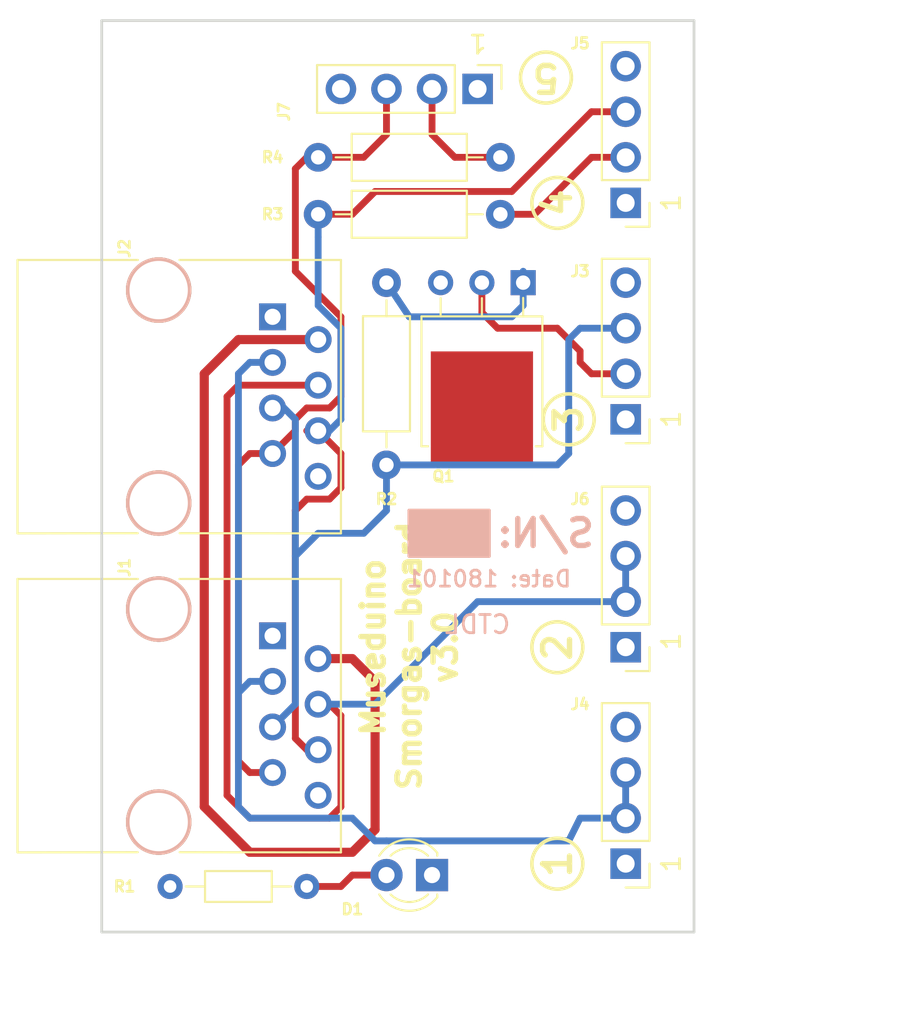
<source format=kicad_pcb>
(kicad_pcb (version 4) (host pcbnew 4.0.4-stable)

  (general
    (links 36)
    (no_connects 15)
    (area 13.350457 24.0826 66.528215 83.345001)
    (thickness 1.6)
    (drawings 29)
    (tracks 121)
    (zones 0)
    (modules 15)
    (nets 14)
  )

  (page USLetter)
  (title_block
    (title "Museduino Smorgasboard v3.0")
    (date 2017-11-28)
    (rev Smorg_3.0)
    (company CTDL)
    (comment 1 "Design: S. Cohen")
  )

  (layers
    (0 F.Cu signal)
    (1 In1.Cu power)
    (2 In2.Cu power)
    (31 B.Cu signal)
    (33 F.Adhes user hide)
    (34 B.Paste user)
    (35 F.Paste user hide)
    (36 B.SilkS user)
    (37 F.SilkS user)
    (38 B.Mask user)
    (39 F.Mask user)
    (40 Dwgs.User user)
    (41 Cmts.User user)
    (42 Eco1.User user)
    (43 Eco2.User user)
    (44 Edge.Cuts user)
    (45 Margin user)
    (47 F.CrtYd user)
    (49 F.Fab user)
  )

  (setup
    (last_trace_width 0.1524)
    (user_trace_width 0.381)
    (user_trace_width 0.508)
    (user_trace_width 1.016)
    (trace_clearance 0.1524)
    (zone_clearance 0.508)
    (zone_45_only no)
    (trace_min 0.1524)
    (segment_width 0.2)
    (edge_width 0.15)
    (via_size 0.6858)
    (via_drill 0.3302)
    (via_min_size 0.6858)
    (via_min_drill 0.3302)
    (uvia_size 0.762)
    (uvia_drill 0.508)
    (uvias_allowed no)
    (uvia_min_size 0)
    (uvia_min_drill 0)
    (pcb_text_width 0.3)
    (pcb_text_size 1.5 1.5)
    (mod_edge_width 0.15)
    (mod_text_size 1 1)
    (mod_text_width 0.15)
    (pad_size 1.524 1.524)
    (pad_drill 0.762)
    (pad_to_mask_clearance 0.2)
    (aux_axis_origin 0 0)
    (visible_elements 7FFFFFFF)
    (pcbplotparams
      (layerselection 0x00030_80000001)
      (usegerberextensions false)
      (excludeedgelayer true)
      (linewidth 0.100000)
      (plotframeref false)
      (viasonmask false)
      (mode 1)
      (useauxorigin false)
      (hpglpennumber 1)
      (hpglpenspeed 20)
      (hpglpendiameter 15)
      (hpglpenoverlay 2)
      (psnegative false)
      (psa4output false)
      (plotreference true)
      (plotvalue true)
      (plotinvisibletext false)
      (padsonsilk false)
      (subtractmaskfromsilk false)
      (outputformat 1)
      (mirror false)
      (drillshape 1)
      (scaleselection 1)
      (outputdirectory ""))
  )

  (net 0 "")
  (net 1 GND)
  (net 2 "Net-(D1-Pad2)")
  (net 3 +5V)
  (net 4 +3V3)
  (net 5 Sense_1)
  (net 6 Sense_2)
  (net 7 Sense_3)
  (net 8 Sense_4)
  (net 9 Sense_5)
  (net 10 "Net-(J3-Pad2)")
  (net 11 "Net-(J5-Pad2)")
  (net 12 "Net-(J7-Pad2)")
  (net 13 "Net-(Q1-Pad1)")

  (net_class Default "This is the default net class."
    (clearance 0.1524)
    (trace_width 0.1524)
    (via_dia 0.6858)
    (via_drill 0.3302)
    (uvia_dia 0.762)
    (uvia_drill 0.508)
    (add_net +5V)
    (add_net GND)
    (add_net "Net-(Q1-Pad1)")
  )

  (net_class Power_1 ""
    (clearance 0.1524)
    (trace_width 0.508)
    (via_dia 0.6858)
    (via_drill 0.3302)
    (uvia_dia 0.762)
    (uvia_drill 0.508)
    (add_net +3V3)
  )

  (net_class Signal_1 ""
    (clearance 0.1524)
    (trace_width 0.381)
    (via_dia 0.6858)
    (via_drill 0.3302)
    (uvia_dia 0.762)
    (uvia_drill 0.508)
    (add_net "Net-(D1-Pad2)")
    (add_net "Net-(J3-Pad2)")
    (add_net "Net-(J5-Pad2)")
    (add_net "Net-(J7-Pad2)")
    (add_net Sense_1)
    (add_net Sense_2)
    (add_net Sense_3)
    (add_net Sense_4)
    (add_net Sense_5)
  )

  (module Mounting_Holes:MountingHole_3.2mm_M3 (layer F.Cu) (tedit 5A305727) (tstamp 5A24BDBF)
    (at 22.86 29.21)
    (descr "Mounting Hole 3.2mm, no annular, M3")
    (tags "mounting hole 3.2mm no annular m3")
    (attr virtual)
    (fp_text reference Mount_hole (at 0 -4.2) (layer F.SilkS) hide
      (effects (font (size 1 1) (thickness 0.15)))
    )
    (fp_text value MountingHole_3.2mm_M3 (at 0 4.2) (layer F.Fab)
      (effects (font (size 1 1) (thickness 0.15)))
    )
    (fp_text user %R (at 0.3 0) (layer F.Fab)
      (effects (font (size 1 1) (thickness 0.15)))
    )
    (fp_circle (center 0 0) (end 3.2 0) (layer Cmts.User) (width 0.15))
    (fp_circle (center 0 0) (end 3.45 0) (layer F.CrtYd) (width 0.05))
    (pad 1 np_thru_hole circle (at 0 0) (size 3.2 3.2) (drill 3.2) (layers *.Cu *.Mask))
  )

  (module Mounting_Holes:MountingHole_3.2mm_M3 (layer F.Cu) (tedit 5A4EB241) (tstamp 5A24BCFC)
    (at 41.91 66.04)
    (descr "Mounting Hole 3.2mm, no annular, M3")
    (tags "mounting hole 3.2mm no annular m3")
    (attr virtual)
    (fp_text reference Mount_Hole (at 0 -4.2) (layer F.SilkS) hide
      (effects (font (size 1 1) (thickness 0.15)))
    )
    (fp_text value MountingHole_3.2mm_M3 (at -6.985 3.81) (layer F.Fab)
      (effects (font (size 1 1) (thickness 0.15)))
    )
    (fp_text user %R (at 0.3 0) (layer F.Fab)
      (effects (font (size 1 1) (thickness 0.15)))
    )
    (fp_circle (center 0 0) (end 3.2 0) (layer Cmts.User) (width 0.15))
    (fp_circle (center 0 0) (end 3.45 0) (layer F.CrtYd) (width 0.05))
    (pad 1 np_thru_hole circle (at 0 0) (size 3.2 3.2) (drill 3.2) (layers *.Cu *.Mask))
  )

  (module LEDs:LED_D3.0mm (layer F.Cu) (tedit 5A4EB1AE) (tstamp 5A1E041C)
    (at 37.465 73.025 180)
    (descr "LED, diameter 3.0mm, 2 pins")
    (tags "LED diameter 3.0mm 2 pins")
    (path /5A1DA0EA)
    (fp_text reference D1 (at 4.445 -1.905 180) (layer F.SilkS)
      (effects (font (size 0.6 0.6) (thickness 0.15)))
    )
    (fp_text value LED (at 1.27 2.96 180) (layer F.Fab)
      (effects (font (size 1 1) (thickness 0.15)))
    )
    (fp_arc (start 1.27 0) (end -0.23 -1.16619) (angle 284.3) (layer F.Fab) (width 0.1))
    (fp_arc (start 1.27 0) (end -0.29 -1.235516) (angle 108.8) (layer F.SilkS) (width 0.12))
    (fp_arc (start 1.27 0) (end -0.29 1.235516) (angle -108.8) (layer F.SilkS) (width 0.12))
    (fp_arc (start 1.27 0) (end 0.229039 -1.08) (angle 87.9) (layer F.SilkS) (width 0.12))
    (fp_arc (start 1.27 0) (end 0.229039 1.08) (angle -87.9) (layer F.SilkS) (width 0.12))
    (fp_circle (center 1.27 0) (end 2.77 0) (layer F.Fab) (width 0.1))
    (fp_line (start -0.23 -1.16619) (end -0.23 1.16619) (layer F.Fab) (width 0.1))
    (fp_line (start -0.29 -1.236) (end -0.29 -1.08) (layer F.SilkS) (width 0.12))
    (fp_line (start -0.29 1.08) (end -0.29 1.236) (layer F.SilkS) (width 0.12))
    (fp_line (start -1.15 -2.25) (end -1.15 2.25) (layer F.CrtYd) (width 0.05))
    (fp_line (start -1.15 2.25) (end 3.7 2.25) (layer F.CrtYd) (width 0.05))
    (fp_line (start 3.7 2.25) (end 3.7 -2.25) (layer F.CrtYd) (width 0.05))
    (fp_line (start 3.7 -2.25) (end -1.15 -2.25) (layer F.CrtYd) (width 0.05))
    (pad 1 thru_hole rect (at 0 0 180) (size 1.8 1.8) (drill 0.9) (layers *.Cu *.Mask)
      (net 1 GND))
    (pad 2 thru_hole circle (at 2.54 0 180) (size 1.8 1.8) (drill 0.9) (layers *.Cu *.Mask)
      (net 2 "Net-(D1-Pad2)"))
    (model ${KISYS3DMOD}/LEDs.3dshapes/LED_D3.0mm.wrl
      (at (xyz 0 0 0))
      (scale (xyz 0.393701 0.393701 0.393701))
      (rotate (xyz 0 0 0))
    )
  )

  (module Connectors:RJ45_8 (layer F.Cu) (tedit 5A4EB169) (tstamp 5A1E0434)
    (at 28.575 59.69 270)
    (tags RJ45)
    (path /5A0F6021)
    (fp_text reference J1 (at -3.81 8.255 270) (layer F.SilkS)
      (effects (font (size 0.6 0.6) (thickness 0.15)))
    )
    (fp_text value RJ45_01X08 (at 4.59 6.25 270) (layer F.Fab)
      (effects (font (size 1 1) (thickness 0.15)))
    )
    (fp_line (start -3.17 14.22) (end 12.07 14.22) (layer F.SilkS) (width 0.12))
    (fp_line (start 12.07 -3.81) (end 12.06 5.18) (layer F.SilkS) (width 0.12))
    (fp_line (start 12.07 -3.81) (end -3.17 -3.81) (layer F.SilkS) (width 0.12))
    (fp_line (start -3.17 -3.81) (end -3.17 5.19) (layer F.SilkS) (width 0.12))
    (fp_line (start 12.06 7.52) (end 12.07 14.22) (layer F.SilkS) (width 0.12))
    (fp_line (start -3.17 7.51) (end -3.17 14.22) (layer F.SilkS) (width 0.12))
    (fp_line (start -3.56 -4.06) (end 12.46 -4.06) (layer F.CrtYd) (width 0.05))
    (fp_line (start -3.56 -4.06) (end -3.56 14.47) (layer F.CrtYd) (width 0.05))
    (fp_line (start 12.46 14.47) (end 12.46 -4.06) (layer F.CrtYd) (width 0.05))
    (fp_line (start 12.46 14.47) (end -3.56 14.47) (layer F.CrtYd) (width 0.05))
    (pad Hole np_thru_hole circle (at 10.38 6.35 270) (size 3.65 3.65) (drill 3.25) (layers *.Cu *.SilkS *.Mask))
    (pad Hole np_thru_hole circle (at -1.49 6.35 270) (size 3.65 3.65) (drill 3.25) (layers *.Cu *.SilkS *.Mask))
    (pad 1 thru_hole rect (at 0 0 270) (size 1.5 1.5) (drill 0.9) (layers *.Cu *.Mask)
      (net 3 +5V))
    (pad 2 thru_hole circle (at 1.27 -2.54 270) (size 1.5 1.5) (drill 0.9) (layers *.Cu *.Mask)
      (net 4 +3V3))
    (pad 3 thru_hole circle (at 2.54 0 270) (size 1.5 1.5) (drill 0.9) (layers *.Cu *.Mask)
      (net 5 Sense_1))
    (pad 4 thru_hole circle (at 3.81 -2.54 270) (size 1.5 1.5) (drill 0.9) (layers *.Cu *.Mask)
      (net 6 Sense_2))
    (pad 5 thru_hole circle (at 5.08 0 270) (size 1.5 1.5) (drill 0.9) (layers *.Cu *.Mask)
      (net 7 Sense_3))
    (pad 6 thru_hole circle (at 6.35 -2.54 270) (size 1.5 1.5) (drill 0.9) (layers *.Cu *.Mask)
      (net 8 Sense_4))
    (pad 7 thru_hole circle (at 7.62 0 270) (size 1.5 1.5) (drill 0.9) (layers *.Cu *.Mask)
      (net 9 Sense_5))
    (pad 8 thru_hole circle (at 8.89 -2.54 270) (size 1.5 1.5) (drill 0.9) (layers *.Cu *.Mask)
      (net 1 GND))
    (model ${KISYS3DMOD}/Connectors.3dshapes/RJ45_8.wrl
      (at (xyz 0.18 -0.25 0))
      (scale (xyz 0.4 0.4 0.4))
      (rotate (xyz 0 0 0))
    )
  )

  (module Connectors:RJ45_8 (layer F.Cu) (tedit 5A4EB160) (tstamp 5A1E044C)
    (at 28.575 41.91 270)
    (tags RJ45)
    (path /5A1D9F02)
    (fp_text reference J2 (at -3.81 8.255 270) (layer F.SilkS)
      (effects (font (size 0.6 0.6) (thickness 0.15)))
    )
    (fp_text value RJ45_01X08 (at 4.59 6.25 270) (layer F.Fab)
      (effects (font (size 1 1) (thickness 0.15)))
    )
    (fp_line (start -3.17 14.22) (end 12.07 14.22) (layer F.SilkS) (width 0.12))
    (fp_line (start 12.07 -3.81) (end 12.06 5.18) (layer F.SilkS) (width 0.12))
    (fp_line (start 12.07 -3.81) (end -3.17 -3.81) (layer F.SilkS) (width 0.12))
    (fp_line (start -3.17 -3.81) (end -3.17 5.19) (layer F.SilkS) (width 0.12))
    (fp_line (start 12.06 7.52) (end 12.07 14.22) (layer F.SilkS) (width 0.12))
    (fp_line (start -3.17 7.51) (end -3.17 14.22) (layer F.SilkS) (width 0.12))
    (fp_line (start -3.56 -4.06) (end 12.46 -4.06) (layer F.CrtYd) (width 0.05))
    (fp_line (start -3.56 -4.06) (end -3.56 14.47) (layer F.CrtYd) (width 0.05))
    (fp_line (start 12.46 14.47) (end 12.46 -4.06) (layer F.CrtYd) (width 0.05))
    (fp_line (start 12.46 14.47) (end -3.56 14.47) (layer F.CrtYd) (width 0.05))
    (pad Hole np_thru_hole circle (at 10.38 6.35 270) (size 3.65 3.65) (drill 3.25) (layers *.Cu *.SilkS *.Mask))
    (pad Hole np_thru_hole circle (at -1.49 6.35 270) (size 3.65 3.65) (drill 3.25) (layers *.Cu *.SilkS *.Mask))
    (pad 1 thru_hole rect (at 0 0 270) (size 1.5 1.5) (drill 0.9) (layers *.Cu *.Mask)
      (net 3 +5V))
    (pad 2 thru_hole circle (at 1.27 -2.54 270) (size 1.5 1.5) (drill 0.9) (layers *.Cu *.Mask)
      (net 4 +3V3))
    (pad 3 thru_hole circle (at 2.54 0 270) (size 1.5 1.5) (drill 0.9) (layers *.Cu *.Mask)
      (net 5 Sense_1))
    (pad 4 thru_hole circle (at 3.81 -2.54 270) (size 1.5 1.5) (drill 0.9) (layers *.Cu *.Mask)
      (net 6 Sense_2))
    (pad 5 thru_hole circle (at 5.08 0 270) (size 1.5 1.5) (drill 0.9) (layers *.Cu *.Mask)
      (net 7 Sense_3))
    (pad 6 thru_hole circle (at 6.35 -2.54 270) (size 1.5 1.5) (drill 0.9) (layers *.Cu *.Mask)
      (net 8 Sense_4))
    (pad 7 thru_hole circle (at 7.62 0 270) (size 1.5 1.5) (drill 0.9) (layers *.Cu *.Mask)
      (net 9 Sense_5))
    (pad 8 thru_hole circle (at 8.89 -2.54 270) (size 1.5 1.5) (drill 0.9) (layers *.Cu *.Mask)
      (net 1 GND))
    (model ${KISYS3DMOD}/Connectors.3dshapes/RJ45_8.wrl
      (at (xyz 0.18 -0.25 0))
      (scale (xyz 0.4 0.4 0.4))
      (rotate (xyz 0 0 0))
    )
  )

  (module Pin_Headers:Pin_Header_Straight_1x04_Pitch2.54mm (layer F.Cu) (tedit 5A4EB3F2) (tstamp 5A1E0464)
    (at 48.26 47.625 180)
    (descr "Through hole straight pin header, 1x04, 2.54mm pitch, single row")
    (tags "Through hole pin header THT 1x04 2.54mm single row")
    (path /5A1DA36A)
    (fp_text reference J3 (at 2.54 8.255 180) (layer F.SilkS)
      (effects (font (size 0.6 0.6) (thickness 0.15)))
    )
    (fp_text value CONN_01X04 (at 0 9.95 180) (layer F.Fab)
      (effects (font (size 1 1) (thickness 0.15)))
    )
    (fp_line (start -0.635 -1.27) (end 1.27 -1.27) (layer F.Fab) (width 0.1))
    (fp_line (start 1.27 -1.27) (end 1.27 8.89) (layer F.Fab) (width 0.1))
    (fp_line (start 1.27 8.89) (end -1.27 8.89) (layer F.Fab) (width 0.1))
    (fp_line (start -1.27 8.89) (end -1.27 -0.635) (layer F.Fab) (width 0.1))
    (fp_line (start -1.27 -0.635) (end -0.635 -1.27) (layer F.Fab) (width 0.1))
    (fp_line (start -1.33 8.95) (end 1.33 8.95) (layer F.SilkS) (width 0.12))
    (fp_line (start -1.33 1.27) (end -1.33 8.95) (layer F.SilkS) (width 0.12))
    (fp_line (start 1.33 1.27) (end 1.33 8.95) (layer F.SilkS) (width 0.12))
    (fp_line (start -1.33 1.27) (end 1.33 1.27) (layer F.SilkS) (width 0.12))
    (fp_line (start -1.33 0) (end -1.33 -1.33) (layer F.SilkS) (width 0.12))
    (fp_line (start -1.33 -1.33) (end 0 -1.33) (layer F.SilkS) (width 0.12))
    (fp_line (start -1.8 -1.8) (end -1.8 9.4) (layer F.CrtYd) (width 0.05))
    (fp_line (start -1.8 9.4) (end 1.8 9.4) (layer F.CrtYd) (width 0.05))
    (fp_line (start 1.8 9.4) (end 1.8 -1.8) (layer F.CrtYd) (width 0.05))
    (fp_line (start 1.8 -1.8) (end -1.8 -1.8) (layer F.CrtYd) (width 0.05))
    (fp_text user %R (at 0 3.81 270) (layer F.Fab)
      (effects (font (size 1 1) (thickness 0.15)))
    )
    (pad 1 thru_hole rect (at 0 0 180) (size 1.7 1.7) (drill 1) (layers *.Cu *.Mask)
      (net 3 +5V))
    (pad 2 thru_hole oval (at 0 2.54 180) (size 1.7 1.7) (drill 1) (layers *.Cu *.Mask)
      (net 10 "Net-(J3-Pad2)"))
    (pad 3 thru_hole oval (at 0 5.08 180) (size 1.7 1.7) (drill 1) (layers *.Cu *.Mask)
      (net 7 Sense_3))
    (pad 4 thru_hole oval (at 0 7.62 180) (size 1.7 1.7) (drill 1) (layers *.Cu *.Mask)
      (net 1 GND))
    (model ${KISYS3DMOD}/Pin_Headers.3dshapes/Pin_Header_Straight_1x04_Pitch2.54mm.wrl
      (at (xyz 0 0 0))
      (scale (xyz 1 1 1))
      (rotate (xyz 0 0 0))
    )
  )

  (module Pin_Headers:Pin_Header_Straight_1x04_Pitch2.54mm (layer F.Cu) (tedit 5A4EB4F7) (tstamp 5A1E047C)
    (at 48.26 72.39 180)
    (descr "Through hole straight pin header, 1x04, 2.54mm pitch, single row")
    (tags "Through hole pin header THT 1x04 2.54mm single row")
    (path /5A1DA407)
    (fp_text reference J4 (at 2.54 8.89 180) (layer F.SilkS)
      (effects (font (size 0.6 0.6) (thickness 0.15)))
    )
    (fp_text value CONN_01X04 (at 0 9.95 180) (layer F.Fab)
      (effects (font (size 1 1) (thickness 0.15)))
    )
    (fp_line (start -0.635 -1.27) (end 1.27 -1.27) (layer F.Fab) (width 0.1))
    (fp_line (start 1.27 -1.27) (end 1.27 8.89) (layer F.Fab) (width 0.1))
    (fp_line (start 1.27 8.89) (end -1.27 8.89) (layer F.Fab) (width 0.1))
    (fp_line (start -1.27 8.89) (end -1.27 -0.635) (layer F.Fab) (width 0.1))
    (fp_line (start -1.27 -0.635) (end -0.635 -1.27) (layer F.Fab) (width 0.1))
    (fp_line (start -1.33 8.95) (end 1.33 8.95) (layer F.SilkS) (width 0.12))
    (fp_line (start -1.33 1.27) (end -1.33 8.95) (layer F.SilkS) (width 0.12))
    (fp_line (start 1.33 1.27) (end 1.33 8.95) (layer F.SilkS) (width 0.12))
    (fp_line (start -1.33 1.27) (end 1.33 1.27) (layer F.SilkS) (width 0.12))
    (fp_line (start -1.33 0) (end -1.33 -1.33) (layer F.SilkS) (width 0.12))
    (fp_line (start -1.33 -1.33) (end 0 -1.33) (layer F.SilkS) (width 0.12))
    (fp_line (start -1.8 -1.8) (end -1.8 9.4) (layer F.CrtYd) (width 0.05))
    (fp_line (start -1.8 9.4) (end 1.8 9.4) (layer F.CrtYd) (width 0.05))
    (fp_line (start 1.8 9.4) (end 1.8 -1.8) (layer F.CrtYd) (width 0.05))
    (fp_line (start 1.8 -1.8) (end -1.8 -1.8) (layer F.CrtYd) (width 0.05))
    (fp_text user %R (at 0 3.81 270) (layer F.Fab)
      (effects (font (size 1 1) (thickness 0.15)))
    )
    (pad 1 thru_hole rect (at 0 0 180) (size 1.7 1.7) (drill 1) (layers *.Cu *.Mask)
      (net 3 +5V))
    (pad 2 thru_hole oval (at 0 2.54 180) (size 1.7 1.7) (drill 1) (layers *.Cu *.Mask)
      (net 5 Sense_1))
    (pad 3 thru_hole oval (at 0 5.08 180) (size 1.7 1.7) (drill 1) (layers *.Cu *.Mask)
      (net 5 Sense_1))
    (pad 4 thru_hole oval (at 0 7.62 180) (size 1.7 1.7) (drill 1) (layers *.Cu *.Mask)
      (net 1 GND))
    (model ${KISYS3DMOD}/Pin_Headers.3dshapes/Pin_Header_Straight_1x04_Pitch2.54mm.wrl
      (at (xyz 0 0 0))
      (scale (xyz 1 1 1))
      (rotate (xyz 0 0 0))
    )
  )

  (module Pin_Headers:Pin_Header_Straight_1x04_Pitch2.54mm (layer F.Cu) (tedit 5A4EB3EB) (tstamp 5A1E0494)
    (at 48.26 35.56 180)
    (descr "Through hole straight pin header, 1x04, 2.54mm pitch, single row")
    (tags "Through hole pin header THT 1x04 2.54mm single row")
    (path /5A1DA5EF)
    (fp_text reference J5 (at 2.54 8.89 180) (layer F.SilkS)
      (effects (font (size 0.6 0.6) (thickness 0.15)))
    )
    (fp_text value CONN_01X04 (at 0 9.95 180) (layer F.Fab)
      (effects (font (size 1 1) (thickness 0.15)))
    )
    (fp_line (start -0.635 -1.27) (end 1.27 -1.27) (layer F.Fab) (width 0.1))
    (fp_line (start 1.27 -1.27) (end 1.27 8.89) (layer F.Fab) (width 0.1))
    (fp_line (start 1.27 8.89) (end -1.27 8.89) (layer F.Fab) (width 0.1))
    (fp_line (start -1.27 8.89) (end -1.27 -0.635) (layer F.Fab) (width 0.1))
    (fp_line (start -1.27 -0.635) (end -0.635 -1.27) (layer F.Fab) (width 0.1))
    (fp_line (start -1.33 8.95) (end 1.33 8.95) (layer F.SilkS) (width 0.12))
    (fp_line (start -1.33 1.27) (end -1.33 8.95) (layer F.SilkS) (width 0.12))
    (fp_line (start 1.33 1.27) (end 1.33 8.95) (layer F.SilkS) (width 0.12))
    (fp_line (start -1.33 1.27) (end 1.33 1.27) (layer F.SilkS) (width 0.12))
    (fp_line (start -1.33 0) (end -1.33 -1.33) (layer F.SilkS) (width 0.12))
    (fp_line (start -1.33 -1.33) (end 0 -1.33) (layer F.SilkS) (width 0.12))
    (fp_line (start -1.8 -1.8) (end -1.8 9.4) (layer F.CrtYd) (width 0.05))
    (fp_line (start -1.8 9.4) (end 1.8 9.4) (layer F.CrtYd) (width 0.05))
    (fp_line (start 1.8 9.4) (end 1.8 -1.8) (layer F.CrtYd) (width 0.05))
    (fp_line (start 1.8 -1.8) (end -1.8 -1.8) (layer F.CrtYd) (width 0.05))
    (fp_text user %R (at 0 3.81 270) (layer F.Fab)
      (effects (font (size 1 1) (thickness 0.15)))
    )
    (pad 1 thru_hole rect (at 0 0 180) (size 1.7 1.7) (drill 1) (layers *.Cu *.Mask)
      (net 3 +5V))
    (pad 2 thru_hole oval (at 0 2.54 180) (size 1.7 1.7) (drill 1) (layers *.Cu *.Mask)
      (net 11 "Net-(J5-Pad2)"))
    (pad 3 thru_hole oval (at 0 5.08 180) (size 1.7 1.7) (drill 1) (layers *.Cu *.Mask)
      (net 8 Sense_4))
    (pad 4 thru_hole oval (at 0 7.62 180) (size 1.7 1.7) (drill 1) (layers *.Cu *.Mask)
      (net 1 GND))
    (model ${KISYS3DMOD}/Pin_Headers.3dshapes/Pin_Header_Straight_1x04_Pitch2.54mm.wrl
      (at (xyz 0 0 0))
      (scale (xyz 1 1 1))
      (rotate (xyz 0 0 0))
    )
  )

  (module Pin_Headers:Pin_Header_Straight_1x04_Pitch2.54mm (layer F.Cu) (tedit 5A4EB4EC) (tstamp 5A1E04AC)
    (at 48.26 60.325 180)
    (descr "Through hole straight pin header, 1x04, 2.54mm pitch, single row")
    (tags "Through hole pin header THT 1x04 2.54mm single row")
    (path /5A1DA73B)
    (fp_text reference J6 (at 2.54 8.255 180) (layer F.SilkS)
      (effects (font (size 0.6 0.6) (thickness 0.15)))
    )
    (fp_text value CONN_01X04 (at 0 9.95 180) (layer F.Fab)
      (effects (font (size 1 1) (thickness 0.15)))
    )
    (fp_line (start -0.635 -1.27) (end 1.27 -1.27) (layer F.Fab) (width 0.1))
    (fp_line (start 1.27 -1.27) (end 1.27 8.89) (layer F.Fab) (width 0.1))
    (fp_line (start 1.27 8.89) (end -1.27 8.89) (layer F.Fab) (width 0.1))
    (fp_line (start -1.27 8.89) (end -1.27 -0.635) (layer F.Fab) (width 0.1))
    (fp_line (start -1.27 -0.635) (end -0.635 -1.27) (layer F.Fab) (width 0.1))
    (fp_line (start -1.33 8.95) (end 1.33 8.95) (layer F.SilkS) (width 0.12))
    (fp_line (start -1.33 1.27) (end -1.33 8.95) (layer F.SilkS) (width 0.12))
    (fp_line (start 1.33 1.27) (end 1.33 8.95) (layer F.SilkS) (width 0.12))
    (fp_line (start -1.33 1.27) (end 1.33 1.27) (layer F.SilkS) (width 0.12))
    (fp_line (start -1.33 0) (end -1.33 -1.33) (layer F.SilkS) (width 0.12))
    (fp_line (start -1.33 -1.33) (end 0 -1.33) (layer F.SilkS) (width 0.12))
    (fp_line (start -1.8 -1.8) (end -1.8 9.4) (layer F.CrtYd) (width 0.05))
    (fp_line (start -1.8 9.4) (end 1.8 9.4) (layer F.CrtYd) (width 0.05))
    (fp_line (start 1.8 9.4) (end 1.8 -1.8) (layer F.CrtYd) (width 0.05))
    (fp_line (start 1.8 -1.8) (end -1.8 -1.8) (layer F.CrtYd) (width 0.05))
    (fp_text user %R (at 0 3.81 270) (layer F.Fab)
      (effects (font (size 1 1) (thickness 0.15)))
    )
    (pad 1 thru_hole rect (at 0 0 180) (size 1.7 1.7) (drill 1) (layers *.Cu *.Mask)
      (net 3 +5V))
    (pad 2 thru_hole oval (at 0 2.54 180) (size 1.7 1.7) (drill 1) (layers *.Cu *.Mask)
      (net 6 Sense_2))
    (pad 3 thru_hole oval (at 0 5.08 180) (size 1.7 1.7) (drill 1) (layers *.Cu *.Mask)
      (net 6 Sense_2))
    (pad 4 thru_hole oval (at 0 7.62 180) (size 1.7 1.7) (drill 1) (layers *.Cu *.Mask)
      (net 1 GND))
    (model ${KISYS3DMOD}/Pin_Headers.3dshapes/Pin_Header_Straight_1x04_Pitch2.54mm.wrl
      (at (xyz 0 0 0))
      (scale (xyz 1 1 1))
      (rotate (xyz 0 0 0))
    )
  )

  (module Pin_Headers:Pin_Header_Straight_1x04_Pitch2.54mm (layer F.Cu) (tedit 5A4EB486) (tstamp 5A1E04C4)
    (at 40.005 29.21 270)
    (descr "Through hole straight pin header, 1x04, 2.54mm pitch, single row")
    (tags "Through hole pin header THT 1x04 2.54mm single row")
    (path /5A1DA78F)
    (fp_text reference J7 (at 1.27 10.795 450) (layer F.SilkS)
      (effects (font (size 0.6 0.6) (thickness 0.15)))
    )
    (fp_text value CONN_01X04 (at 0 9.95 270) (layer F.Fab)
      (effects (font (size 1 1) (thickness 0.15)))
    )
    (fp_line (start -0.635 -1.27) (end 1.27 -1.27) (layer F.Fab) (width 0.1))
    (fp_line (start 1.27 -1.27) (end 1.27 8.89) (layer F.Fab) (width 0.1))
    (fp_line (start 1.27 8.89) (end -1.27 8.89) (layer F.Fab) (width 0.1))
    (fp_line (start -1.27 8.89) (end -1.27 -0.635) (layer F.Fab) (width 0.1))
    (fp_line (start -1.27 -0.635) (end -0.635 -1.27) (layer F.Fab) (width 0.1))
    (fp_line (start -1.33 8.95) (end 1.33 8.95) (layer F.SilkS) (width 0.12))
    (fp_line (start -1.33 1.27) (end -1.33 8.95) (layer F.SilkS) (width 0.12))
    (fp_line (start 1.33 1.27) (end 1.33 8.95) (layer F.SilkS) (width 0.12))
    (fp_line (start -1.33 1.27) (end 1.33 1.27) (layer F.SilkS) (width 0.12))
    (fp_line (start -1.33 0) (end -1.33 -1.33) (layer F.SilkS) (width 0.12))
    (fp_line (start -1.33 -1.33) (end 0 -1.33) (layer F.SilkS) (width 0.12))
    (fp_line (start -1.8 -1.8) (end -1.8 9.4) (layer F.CrtYd) (width 0.05))
    (fp_line (start -1.8 9.4) (end 1.8 9.4) (layer F.CrtYd) (width 0.05))
    (fp_line (start 1.8 9.4) (end 1.8 -1.8) (layer F.CrtYd) (width 0.05))
    (fp_line (start 1.8 -1.8) (end -1.8 -1.8) (layer F.CrtYd) (width 0.05))
    (fp_text user %R (at 0 3.81 360) (layer F.Fab)
      (effects (font (size 1 1) (thickness 0.15)))
    )
    (pad 1 thru_hole rect (at 0 0 270) (size 1.7 1.7) (drill 1) (layers *.Cu *.Mask)
      (net 3 +5V))
    (pad 2 thru_hole oval (at 0 2.54 270) (size 1.7 1.7) (drill 1) (layers *.Cu *.Mask)
      (net 12 "Net-(J7-Pad2)"))
    (pad 3 thru_hole oval (at 0 5.08 270) (size 1.7 1.7) (drill 1) (layers *.Cu *.Mask)
      (net 9 Sense_5))
    (pad 4 thru_hole oval (at 0 7.62 270) (size 1.7 1.7) (drill 1) (layers *.Cu *.Mask)
      (net 1 GND))
    (model ${KISYS3DMOD}/Pin_Headers.3dshapes/Pin_Header_Straight_1x04_Pitch2.54mm.wrl
      (at (xyz 0 0 0))
      (scale (xyz 1 1 1))
      (rotate (xyz 0 0 0))
    )
  )

  (module Resistors_THT:R_Axial_DIN0204_L3.6mm_D1.6mm_P7.62mm_Horizontal (layer F.Cu) (tedit 5A4EB197) (tstamp 5A1E04FE)
    (at 22.86 73.66)
    (descr "Resistor, Axial_DIN0204 series, Axial, Horizontal, pin pitch=7.62mm, 0.16666666666666666W = 1/6W, length*diameter=3.6*1.6mm^2, http://cdn-reichelt.de/documents/datenblatt/B400/1_4W%23YAG.pdf")
    (tags "Resistor Axial_DIN0204 series Axial Horizontal pin pitch 7.62mm 0.16666666666666666W = 1/6W length 3.6mm diameter 1.6mm")
    (path /5A1DA161)
    (fp_text reference R1 (at -2.54 0) (layer F.SilkS)
      (effects (font (size 0.6 0.6) (thickness 0.15)))
    )
    (fp_text value 470 (at 3.81 1.86) (layer F.Fab)
      (effects (font (size 1 1) (thickness 0.15)))
    )
    (fp_line (start 2.01 -0.8) (end 2.01 0.8) (layer F.Fab) (width 0.1))
    (fp_line (start 2.01 0.8) (end 5.61 0.8) (layer F.Fab) (width 0.1))
    (fp_line (start 5.61 0.8) (end 5.61 -0.8) (layer F.Fab) (width 0.1))
    (fp_line (start 5.61 -0.8) (end 2.01 -0.8) (layer F.Fab) (width 0.1))
    (fp_line (start 0 0) (end 2.01 0) (layer F.Fab) (width 0.1))
    (fp_line (start 7.62 0) (end 5.61 0) (layer F.Fab) (width 0.1))
    (fp_line (start 1.95 -0.86) (end 1.95 0.86) (layer F.SilkS) (width 0.12))
    (fp_line (start 1.95 0.86) (end 5.67 0.86) (layer F.SilkS) (width 0.12))
    (fp_line (start 5.67 0.86) (end 5.67 -0.86) (layer F.SilkS) (width 0.12))
    (fp_line (start 5.67 -0.86) (end 1.95 -0.86) (layer F.SilkS) (width 0.12))
    (fp_line (start 0.88 0) (end 1.95 0) (layer F.SilkS) (width 0.12))
    (fp_line (start 6.74 0) (end 5.67 0) (layer F.SilkS) (width 0.12))
    (fp_line (start -0.95 -1.15) (end -0.95 1.15) (layer F.CrtYd) (width 0.05))
    (fp_line (start -0.95 1.15) (end 8.6 1.15) (layer F.CrtYd) (width 0.05))
    (fp_line (start 8.6 1.15) (end 8.6 -1.15) (layer F.CrtYd) (width 0.05))
    (fp_line (start 8.6 -1.15) (end -0.95 -1.15) (layer F.CrtYd) (width 0.05))
    (pad 1 thru_hole circle (at 0 0) (size 1.4 1.4) (drill 0.7) (layers *.Cu *.Mask)
      (net 3 +5V))
    (pad 2 thru_hole oval (at 7.62 0) (size 1.4 1.4) (drill 0.7) (layers *.Cu *.Mask)
      (net 2 "Net-(D1-Pad2)"))
    (model ${KISYS3DMOD}/Resistors_THT.3dshapes/R_Axial_DIN0204_L3.6mm_D1.6mm_P7.62mm_Horizontal.wrl
      (at (xyz 0 0 0))
      (scale (xyz 0.393701 0.393701 0.393701))
      (rotate (xyz 0 0 0))
    )
  )

  (module Resistors_THT:R_Axial_DIN0207_L6.3mm_D2.5mm_P10.16mm_Horizontal (layer F.Cu) (tedit 5A4EB220) (tstamp 5A232D04)
    (at 34.925 40.005 270)
    (descr "Resistor, Axial_DIN0207 series, Axial, Horizontal, pin pitch=10.16mm, 0.25W = 1/4W, length*diameter=6.3*2.5mm^2, http://cdn-reichelt.de/documents/datenblatt/B400/1_4W%23YAG.pdf")
    (tags "Resistor Axial_DIN0207 series Axial Horizontal pin pitch 10.16mm 0.25W = 1/4W length 6.3mm diameter 2.5mm")
    (path /5A1E1957)
    (fp_text reference R2 (at 12.065 0 360) (layer F.SilkS)
      (effects (font (size 0.6 0.6) (thickness 0.15)))
    )
    (fp_text value 220 (at 5.08 0 270) (layer F.Fab)
      (effects (font (size 1 1) (thickness 0.15)))
    )
    (fp_line (start 1.93 -1.25) (end 1.93 1.25) (layer F.Fab) (width 0.1))
    (fp_line (start 1.93 1.25) (end 8.23 1.25) (layer F.Fab) (width 0.1))
    (fp_line (start 8.23 1.25) (end 8.23 -1.25) (layer F.Fab) (width 0.1))
    (fp_line (start 8.23 -1.25) (end 1.93 -1.25) (layer F.Fab) (width 0.1))
    (fp_line (start 0 0) (end 1.93 0) (layer F.Fab) (width 0.1))
    (fp_line (start 10.16 0) (end 8.23 0) (layer F.Fab) (width 0.1))
    (fp_line (start 1.87 -1.31) (end 1.87 1.31) (layer F.SilkS) (width 0.12))
    (fp_line (start 1.87 1.31) (end 8.29 1.31) (layer F.SilkS) (width 0.12))
    (fp_line (start 8.29 1.31) (end 8.29 -1.31) (layer F.SilkS) (width 0.12))
    (fp_line (start 8.29 -1.31) (end 1.87 -1.31) (layer F.SilkS) (width 0.12))
    (fp_line (start 0.98 0) (end 1.87 0) (layer F.SilkS) (width 0.12))
    (fp_line (start 9.18 0) (end 8.29 0) (layer F.SilkS) (width 0.12))
    (fp_line (start -1.05 -1.6) (end -1.05 1.6) (layer F.CrtYd) (width 0.05))
    (fp_line (start -1.05 1.6) (end 11.25 1.6) (layer F.CrtYd) (width 0.05))
    (fp_line (start 11.25 1.6) (end 11.25 -1.6) (layer F.CrtYd) (width 0.05))
    (fp_line (start 11.25 -1.6) (end -1.05 -1.6) (layer F.CrtYd) (width 0.05))
    (pad 1 thru_hole circle (at 0 0 270) (size 1.6 1.6) (drill 0.8) (layers *.Cu *.Mask)
      (net 13 "Net-(Q1-Pad1)"))
    (pad 2 thru_hole oval (at 10.16 0 270) (size 1.6 1.6) (drill 0.8) (layers *.Cu *.Mask)
      (net 7 Sense_3))
    (model ${KISYS3DMOD}/Resistors_THT.3dshapes/R_Axial_DIN0207_L6.3mm_D2.5mm_P10.16mm_Horizontal.wrl
      (at (xyz 0 0 0))
      (scale (xyz 0.393701 0.393701 0.393701))
      (rotate (xyz 0 0 0))
    )
  )

  (module Resistors_THT:R_Axial_DIN0207_L6.3mm_D2.5mm_P10.16mm_Horizontal (layer F.Cu) (tedit 5A4EB17E) (tstamp 5A232D1A)
    (at 31.115 36.195)
    (descr "Resistor, Axial_DIN0207 series, Axial, Horizontal, pin pitch=10.16mm, 0.25W = 1/4W, length*diameter=6.3*2.5mm^2, http://cdn-reichelt.de/documents/datenblatt/B400/1_4W%23YAG.pdf")
    (tags "Resistor Axial_DIN0207 series Axial Horizontal pin pitch 10.16mm 0.25W = 1/4W length 6.3mm diameter 2.5mm")
    (path /5A1E2243)
    (fp_text reference R3 (at -2.54 0) (layer F.SilkS)
      (effects (font (size 0.6 0.6) (thickness 0.15)))
    )
    (fp_text value 470 (at 5.715 0) (layer F.Fab)
      (effects (font (size 1 1) (thickness 0.15)))
    )
    (fp_line (start 1.93 -1.25) (end 1.93 1.25) (layer F.Fab) (width 0.1))
    (fp_line (start 1.93 1.25) (end 8.23 1.25) (layer F.Fab) (width 0.1))
    (fp_line (start 8.23 1.25) (end 8.23 -1.25) (layer F.Fab) (width 0.1))
    (fp_line (start 8.23 -1.25) (end 1.93 -1.25) (layer F.Fab) (width 0.1))
    (fp_line (start 0 0) (end 1.93 0) (layer F.Fab) (width 0.1))
    (fp_line (start 10.16 0) (end 8.23 0) (layer F.Fab) (width 0.1))
    (fp_line (start 1.87 -1.31) (end 1.87 1.31) (layer F.SilkS) (width 0.12))
    (fp_line (start 1.87 1.31) (end 8.29 1.31) (layer F.SilkS) (width 0.12))
    (fp_line (start 8.29 1.31) (end 8.29 -1.31) (layer F.SilkS) (width 0.12))
    (fp_line (start 8.29 -1.31) (end 1.87 -1.31) (layer F.SilkS) (width 0.12))
    (fp_line (start 0.98 0) (end 1.87 0) (layer F.SilkS) (width 0.12))
    (fp_line (start 9.18 0) (end 8.29 0) (layer F.SilkS) (width 0.12))
    (fp_line (start -1.05 -1.6) (end -1.05 1.6) (layer F.CrtYd) (width 0.05))
    (fp_line (start -1.05 1.6) (end 11.25 1.6) (layer F.CrtYd) (width 0.05))
    (fp_line (start 11.25 1.6) (end 11.25 -1.6) (layer F.CrtYd) (width 0.05))
    (fp_line (start 11.25 -1.6) (end -1.05 -1.6) (layer F.CrtYd) (width 0.05))
    (pad 1 thru_hole circle (at 0 0) (size 1.6 1.6) (drill 0.8) (layers *.Cu *.Mask)
      (net 8 Sense_4))
    (pad 2 thru_hole oval (at 10.16 0) (size 1.6 1.6) (drill 0.8) (layers *.Cu *.Mask)
      (net 11 "Net-(J5-Pad2)"))
    (model ${KISYS3DMOD}/Resistors_THT.3dshapes/R_Axial_DIN0207_L6.3mm_D2.5mm_P10.16mm_Horizontal.wrl
      (at (xyz 0 0 0))
      (scale (xyz 0.393701 0.393701 0.393701))
      (rotate (xyz 0 0 0))
    )
  )

  (module Resistors_THT:R_Axial_DIN0207_L6.3mm_D2.5mm_P10.16mm_Horizontal (layer F.Cu) (tedit 5A4EB176) (tstamp 5A232D30)
    (at 31.115 33.02)
    (descr "Resistor, Axial_DIN0207 series, Axial, Horizontal, pin pitch=10.16mm, 0.25W = 1/4W, length*diameter=6.3*2.5mm^2, http://cdn-reichelt.de/documents/datenblatt/B400/1_4W%23YAG.pdf")
    (tags "Resistor Axial_DIN0207 series Axial Horizontal pin pitch 10.16mm 0.25W = 1/4W length 6.3mm diameter 2.5mm")
    (path /5A1E12D8)
    (fp_text reference R4 (at -2.54 0) (layer F.SilkS)
      (effects (font (size 0.6 0.6) (thickness 0.15)))
    )
    (fp_text value 470 (at 5.08 0) (layer F.Fab)
      (effects (font (size 1 1) (thickness 0.15)))
    )
    (fp_line (start 1.93 -1.25) (end 1.93 1.25) (layer F.Fab) (width 0.1))
    (fp_line (start 1.93 1.25) (end 8.23 1.25) (layer F.Fab) (width 0.1))
    (fp_line (start 8.23 1.25) (end 8.23 -1.25) (layer F.Fab) (width 0.1))
    (fp_line (start 8.23 -1.25) (end 1.93 -1.25) (layer F.Fab) (width 0.1))
    (fp_line (start 0 0) (end 1.93 0) (layer F.Fab) (width 0.1))
    (fp_line (start 10.16 0) (end 8.23 0) (layer F.Fab) (width 0.1))
    (fp_line (start 1.87 -1.31) (end 1.87 1.31) (layer F.SilkS) (width 0.12))
    (fp_line (start 1.87 1.31) (end 8.29 1.31) (layer F.SilkS) (width 0.12))
    (fp_line (start 8.29 1.31) (end 8.29 -1.31) (layer F.SilkS) (width 0.12))
    (fp_line (start 8.29 -1.31) (end 1.87 -1.31) (layer F.SilkS) (width 0.12))
    (fp_line (start 0.98 0) (end 1.87 0) (layer F.SilkS) (width 0.12))
    (fp_line (start 9.18 0) (end 8.29 0) (layer F.SilkS) (width 0.12))
    (fp_line (start -1.05 -1.6) (end -1.05 1.6) (layer F.CrtYd) (width 0.05))
    (fp_line (start -1.05 1.6) (end 11.25 1.6) (layer F.CrtYd) (width 0.05))
    (fp_line (start 11.25 1.6) (end 11.25 -1.6) (layer F.CrtYd) (width 0.05))
    (fp_line (start 11.25 -1.6) (end -1.05 -1.6) (layer F.CrtYd) (width 0.05))
    (pad 1 thru_hole circle (at 0 0) (size 1.6 1.6) (drill 0.8) (layers *.Cu *.Mask)
      (net 9 Sense_5))
    (pad 2 thru_hole oval (at 10.16 0) (size 1.6 1.6) (drill 0.8) (layers *.Cu *.Mask)
      (net 12 "Net-(J7-Pad2)"))
    (model ${KISYS3DMOD}/Resistors_THT.3dshapes/R_Axial_DIN0207_L6.3mm_D2.5mm_P10.16mm_Horizontal.wrl
      (at (xyz 0 0 0))
      (scale (xyz 0.393701 0.393701 0.393701))
      (rotate (xyz 0 0 0))
    )
  )

  (module TO_SOT_Packages_THT:TO-251-1EP_IPAK_Horizontal (layer F.Cu) (tedit 5A4EB233) (tstamp 5A2491C0)
    (at 42.545 40.005 180)
    (descr "TO-251, Horizontal, RM 2.3mm, IPAK")
    (tags "TO-251 Horizontal RM 2.3mm IPAK")
    (path /5A2490FD)
    (fp_text reference Q1 (at 4.445 -10.795 180) (layer F.SilkS)
      (effects (font (size 0.6 0.6) (thickness 0.15)))
    )
    (fp_text value "NTD3055L104-1G " (at 2.3 1.7 180) (layer F.Fab)
      (effects (font (size 1 1) (thickness 0.15)))
    )
    (fp_text user %R (at 0.635 -11.43 180) (layer F.Fab)
      (effects (font (size 1 1) (thickness 0.15)))
    )
    (fp_line (start -0.2 -7.5) (end -0.2 -9) (layer F.Fab) (width 0.1))
    (fp_line (start -0.2 -9) (end 4.8 -9) (layer F.Fab) (width 0.1))
    (fp_line (start 4.8 -9) (end 4.8 -7.5) (layer F.Fab) (width 0.1))
    (fp_line (start 4.8 -7.5) (end -0.2 -7.5) (layer F.Fab) (width 0.1))
    (fp_line (start -0.95 -2) (end -0.95 -7.5) (layer F.Fab) (width 0.1))
    (fp_line (start -0.95 -7.5) (end 5.55 -7.5) (layer F.Fab) (width 0.1))
    (fp_line (start 5.55 -7.5) (end 5.55 -2) (layer F.Fab) (width 0.1))
    (fp_line (start 5.55 -2) (end -0.95 -2) (layer F.Fab) (width 0.1))
    (fp_line (start 0 -2) (end 0 0) (layer F.Fab) (width 0.1))
    (fp_line (start 2.3 -2) (end 2.3 0) (layer F.Fab) (width 0.1))
    (fp_line (start 4.6 -2) (end 4.6 0) (layer F.Fab) (width 0.1))
    (fp_line (start -1.071 -1.88) (end 5.67 -1.88) (layer F.SilkS) (width 0.12))
    (fp_line (start -1.071 -9.12) (end -0.701 -9.12) (layer F.SilkS) (width 0.12))
    (fp_line (start 5.301 -9.12) (end 5.67 -9.12) (layer F.SilkS) (width 0.12))
    (fp_line (start -1.071 -9.12) (end -1.071 -1.88) (layer F.SilkS) (width 0.12))
    (fp_line (start 5.67 -9.12) (end 5.67 -1.88) (layer F.SilkS) (width 0.12))
    (fp_line (start 0 -1.88) (end 0 -0.85) (layer F.SilkS) (width 0.12))
    (fp_line (start 2.3 -1.88) (end 2.3 -0.866) (layer F.SilkS) (width 0.12))
    (fp_line (start 4.6 -1.88) (end 4.6 -0.866) (layer F.SilkS) (width 0.12))
    (fp_line (start -1.21 -10.29) (end -1.21 0.95) (layer F.CrtYd) (width 0.05))
    (fp_line (start -1.21 0.95) (end 5.8 0.95) (layer F.CrtYd) (width 0.05))
    (fp_line (start 5.8 0.95) (end 5.8 -10.29) (layer F.CrtYd) (width 0.05))
    (fp_line (start 5.8 -10.29) (end -1.21 -10.29) (layer F.CrtYd) (width 0.05))
    (pad 4 smd rect (at 2.3 -6.933333 180) (size 5.7 6.2) (layers F.Cu F.Paste F.Mask))
    (pad 1 thru_hole rect (at 0 0 180) (size 1.4 1.4) (drill 0.8) (layers *.Cu *.Mask)
      (net 13 "Net-(Q1-Pad1)"))
    (pad 2 thru_hole oval (at 2.3 0 180) (size 1.4 1.4) (drill 0.8) (layers *.Cu *.Mask)
      (net 10 "Net-(J3-Pad2)"))
    (pad 3 thru_hole oval (at 4.6 0 180) (size 1.4 1.4) (drill 0.8) (layers *.Cu *.Mask)
      (net 1 GND))
    (model ${KISYS3DMOD}/TO_SOT_Packages_THT.3dshapes/TO-251-1EP_IPAK_Horizontal.wrl
      (at (xyz 0 0 0))
      (scale (xyz 0.393701 0.393701 0.393701))
      (rotate (xyz 0 0 0))
    )
  )

  (dimension 33.02 (width 0.2032) (layer Eco2.User)
    (gr_text "1.3000 in" (at 35.56 81.995) (layer Eco2.User)
      (effects (font (size 1.143 1.143) (thickness 0.2032)))
    )
    (feature1 (pts (xy 52.07 78.105) (xy 52.07 83.345)))
    (feature2 (pts (xy 19.05 78.105) (xy 19.05 83.345)))
    (crossbar (pts (xy 19.05 80.645) (xy 52.07 80.645)))
    (arrow1a (pts (xy 52.07 80.645) (xy 50.943496 81.231421)))
    (arrow1b (pts (xy 52.07 80.645) (xy 50.943496 80.058579)))
    (arrow2a (pts (xy 19.05 80.645) (xy 20.176504 81.231421)))
    (arrow2b (pts (xy 19.05 80.645) (xy 20.176504 80.058579)))
  )
  (dimension 50.8 (width 0.2032) (layer Eco2.User)
    (gr_text "2.0000 in" (at 62.31 50.8 270) (layer Eco2.User)
      (effects (font (size 1.143 1.143) (thickness 0.2032)))
    )
    (feature1 (pts (xy 54.61 76.2) (xy 63.66 76.2)))
    (feature2 (pts (xy 54.61 25.4) (xy 63.66 25.4)))
    (crossbar (pts (xy 60.96 25.4) (xy 60.96 76.2)))
    (arrow1a (pts (xy 60.96 76.2) (xy 60.373579 75.073496)))
    (arrow1b (pts (xy 60.96 76.2) (xy 61.546421 75.073496)))
    (arrow2a (pts (xy 60.96 25.4) (xy 60.373579 26.526504)))
    (arrow2b (pts (xy 60.96 25.4) (xy 61.546421 26.526504)))
  )
  (gr_text CTDL (at 40.005 59.055) (layer B.SilkS)
    (effects (font (size 1.016 1.016) (thickness 0.1524)) (justify mirror))
  )
  (gr_text "Date: 180101" (at 40.64 56.515) (layer B.SilkS)
    (effects (font (size 0.889 0.889) (thickness 0.1524)) (justify mirror))
  )
  (gr_line (start 40.64 52.705) (end 36.195 52.705) (angle 90) (layer B.SilkS) (width 0.2))
  (gr_line (start 40.64 55.245) (end 40.64 52.705) (angle 90) (layer B.SilkS) (width 0.2))
  (gr_line (start 36.195 55.245) (end 40.64 55.245) (angle 90) (layer B.SilkS) (width 0.2))
  (gr_line (start 36.195 52.705) (end 36.195 55.245) (angle 90) (layer B.SilkS) (width 0.2))
  (gr_text S/N: (at 43.815 53.975) (layer B.SilkS)
    (effects (font (size 1.5 1.5) (thickness 0.3)) (justify mirror))
  )
  (gr_text 1 (at 40.005 26.67 180) (layer F.SilkS)
    (effects (font (size 1.016 1.016) (thickness 0.1524)))
  )
  (gr_text 1 (at 50.8 35.56 90) (layer F.SilkS)
    (effects (font (size 1.016 1.016) (thickness 0.1524)))
  )
  (gr_text 1 (at 50.8 47.625 90) (layer F.SilkS)
    (effects (font (size 1.016 1.016) (thickness 0.1524)))
  )
  (gr_text 1 (at 50.8 60 90) (layer F.SilkS)
    (effects (font (size 1.016 1.016) (thickness 0.1524)))
  )
  (gr_text 1 (at 50.8 72.39 90) (layer F.SilkS)
    (effects (font (size 1.016 1.016) (thickness 0.1524)))
  )
  (gr_text 4 (at 44.45 35.56 90) (layer F.SilkS)
    (effects (font (size 1.5 1.5) (thickness 0.3)))
  )
  (gr_circle (center 44.45 35.56) (end 45.72 36.195) (layer F.SilkS) (width 0.2) (tstamp 5A402DA5))
  (gr_text 5 (at 43.815 28.575 180) (layer F.SilkS)
    (effects (font (size 1.5 1.5) (thickness 0.3)))
  )
  (gr_circle (center 43.815 28.575) (end 45.085 29.21) (layer F.SilkS) (width 0.2) (tstamp 5A402D87))
  (gr_text 3 (at 45.085 47.625 90) (layer F.SilkS)
    (effects (font (size 1.5 1.5) (thickness 0.3)))
  )
  (gr_circle (center 45.085 47.625) (end 46.355 48.26) (layer F.SilkS) (width 0.2) (tstamp 5A402C94))
  (gr_circle (center 44.45 72.39) (end 45.72 73.025) (layer F.SilkS) (width 0.2) (tstamp 5A402C3D))
  (gr_circle (center 44.45 60.325) (end 45.72 60.96) (layer F.SilkS) (width 0.2))
  (gr_text 2 (at 44.45 60.325 90) (layer F.SilkS)
    (effects (font (size 1.5 1.5) (thickness 0.3)))
  )
  (gr_text 1 (at 44.45 72.39 90) (layer F.SilkS)
    (effects (font (size 1.5 1.5) (thickness 0.3)))
  )
  (gr_text "Museduino\nSmorgas-board \nv3.0" (at 36.195 60.325 90) (layer F.SilkS)
    (effects (font (size 1.25 1.25) (thickness 0.3)))
  )
  (gr_line (start 52.07 25.4) (end 19.05 25.4) (angle 90) (layer Edge.Cuts) (width 0.15))
  (gr_line (start 52.07 76.2) (end 52.07 25.4) (angle 90) (layer Edge.Cuts) (width 0.15))
  (gr_line (start 19.05 76.2) (end 52.07 76.2) (angle 90) (layer Edge.Cuts) (width 0.15))
  (gr_line (start 19.05 25.4) (end 19.05 76.2) (angle 90) (layer Edge.Cuts) (width 0.15))

  (segment (start 30.48 73.66) (end 32.385 73.66) (width 0.381) (layer F.Cu) (net 2) (status 10))
  (segment (start 33.02 73.025) (end 34.925 73.025) (width 0.381) (layer F.Cu) (net 2) (tstamp 5A45585C))
  (segment (start 32.385 73.66) (end 33.02 73.025) (width 0.381) (layer F.Cu) (net 2) (tstamp 5A455858))
  (segment (start 26.67 43.18) (end 24.765 45.085) (width 0.508) (layer F.Cu) (net 4))
  (segment (start 31.115 43.18) (end 26.67 43.18) (width 0.508) (layer F.Cu) (net 4))
  (segment (start 33.02 60.96) (end 31.115 60.96) (width 0.508) (layer F.Cu) (net 4) (tstamp 5A430C9B))
  (segment (start 34.29 62.23) (end 33.02 60.96) (width 0.508) (layer F.Cu) (net 4) (tstamp 5A430C96))
  (segment (start 34.29 70.485) (end 34.29 62.23) (width 0.508) (layer F.Cu) (net 4) (tstamp 5A430C94))
  (segment (start 33.02 71.755) (end 34.29 70.485) (width 0.508) (layer F.Cu) (net 4) (tstamp 5A430C91))
  (segment (start 27.305 71.755) (end 33.02 71.755) (width 0.508) (layer F.Cu) (net 4) (tstamp 5A430C8E))
  (segment (start 24.765 69.215) (end 27.305 71.755) (width 0.508) (layer F.Cu) (net 4) (tstamp 5A430C8A))
  (segment (start 24.765 45.085) (end 24.765 69.215) (width 0.508) (layer F.Cu) (net 4) (tstamp 5A4704EE))
  (segment (start 48.26 67.31) (end 48.26 69.85) (width 0.381) (layer B.Cu) (net 5) (status 30))
  (segment (start 34.925 71.12) (end 36.83 71.12) (width 0.381) (layer B.Cu) (net 5))
  (segment (start 48.26 69.85) (end 45.72 69.85) (width 0.381) (layer B.Cu) (net 5) (status 10))
  (segment (start 45.085 71.12) (end 43.815 71.12) (width 0.381) (layer B.Cu) (net 5) (tstamp 5A4555E6))
  (segment (start 45.72 69.85) (end 45.085 71.12) (width 0.381) (layer B.Cu) (net 5) (tstamp 5A4555E5))
  (segment (start 26.67 69.215) (end 26.67 62.865) (width 0.381) (layer B.Cu) (net 5) (tstamp 5A429A2C))
  (segment (start 26.67 69.215) (end 27.305 69.85) (width 0.381) (layer B.Cu) (net 5) (tstamp 5A429A2F))
  (segment (start 27.305 69.85) (end 33.02 69.85) (width 0.381) (layer B.Cu) (net 5) (tstamp 5A429A31))
  (segment (start 33.02 69.85) (end 34.29 71.12) (width 0.381) (layer B.Cu) (net 5) (tstamp 5A429A35))
  (segment (start 34.925 71.12) (end 34.29 71.12) (width 0.381) (layer B.Cu) (net 5) (tstamp 5A430B67))
  (segment (start 45.085 71.12) (end 43.815 71.12) (width 0.381) (layer B.Cu) (net 5) (tstamp 5A430B5F))
  (segment (start 43.815 71.12) (end 36.83 71.12) (width 0.381) (layer B.Cu) (net 5) (tstamp 5A4555ED))
  (segment (start 26.67 62.865) (end 26.67 45.085) (width 0.381) (layer B.Cu) (net 5))
  (segment (start 27.305 44.45) (end 28.575 44.45) (width 0.381) (layer B.Cu) (net 5) (tstamp 5A429A63))
  (segment (start 26.67 45.085) (end 27.305 44.45) (width 0.381) (layer B.Cu) (net 5) (tstamp 5A429A59))
  (segment (start 28.575 62.23) (end 27.305 62.23) (width 0.381) (layer B.Cu) (net 5))
  (segment (start 27.305 62.23) (end 26.67 62.865) (width 0.381) (layer B.Cu) (net 5) (tstamp 5A4299F4))
  (segment (start 28.448 62.103) (end 28.575 62.23) (width 0.508) (layer B.Cu) (net 5) (tstamp 5A413ABF))
  (segment (start 31.115 63.5) (end 34.29 63.5) (width 0.381) (layer B.Cu) (net 6))
  (segment (start 40.005 57.785) (end 48.26 57.785) (width 0.381) (layer B.Cu) (net 6) (tstamp 5A455541))
  (segment (start 34.29 63.5) (end 40.005 57.785) (width 0.381) (layer B.Cu) (net 6) (tstamp 5A45553E))
  (segment (start 48.26 55.245) (end 48.26 57.785) (width 0.381) (layer B.Cu) (net 6))
  (segment (start 26.67 45.72) (end 26.035 46.355) (width 0.381) (layer F.Cu) (net 6))
  (segment (start 26.035 68.58) (end 27.305 69.85) (width 0.381) (layer F.Cu) (net 6) (tstamp 5A42994C))
  (segment (start 26.035 46.355) (end 26.035 68.58) (width 0.381) (layer F.Cu) (net 6) (tstamp 5A42994B))
  (segment (start 31.115 45.72) (end 26.67 45.72) (width 0.381) (layer F.Cu) (net 6))
  (segment (start 32.385 64.135) (end 31.75 63.5) (width 0.381) (layer F.Cu) (net 6) (tstamp 5A429858))
  (segment (start 32.385 69.215) (end 32.385 64.135) (width 0.381) (layer F.Cu) (net 6) (tstamp 5A429855))
  (segment (start 31.75 69.85) (end 32.385 69.215) (width 0.381) (layer F.Cu) (net 6) (tstamp 5A429851))
  (segment (start 27.305 69.85) (end 31.75 69.85) (width 0.381) (layer F.Cu) (net 6) (tstamp 5A429954))
  (segment (start 31.75 63.5) (end 31.115 63.5) (width 0.381) (layer F.Cu) (net 6) (tstamp 5A42985C))
  (segment (start 48.26 42.545) (end 45.72 42.545) (width 0.381) (layer B.Cu) (net 7))
  (segment (start 45.085 43.18) (end 45.085 46.99) (width 0.381) (layer B.Cu) (net 7) (tstamp 5A4554B4))
  (segment (start 45.72 42.545) (end 45.085 43.18) (width 0.381) (layer B.Cu) (net 7) (tstamp 5A4554AE))
  (segment (start 44.45 50.165) (end 45.085 49.53) (width 0.381) (layer B.Cu) (net 7) (tstamp 5A445AF9))
  (segment (start 45.085 49.53) (end 45.085 46.99) (width 0.381) (layer B.Cu) (net 7) (tstamp 5A445AFC))
  (segment (start 44.45 50.165) (end 34.925 50.165) (width 0.381) (layer B.Cu) (net 7) (status 20))
  (segment (start 29.845 55.245) (end 31.115 53.975) (width 0.381) (layer B.Cu) (net 7))
  (segment (start 34.925 52.705) (end 34.925 50.165) (width 0.381) (layer B.Cu) (net 7) (tstamp 5A445AEB) (status 20))
  (segment (start 33.655 53.975) (end 34.925 52.705) (width 0.381) (layer B.Cu) (net 7) (tstamp 5A445AE9))
  (segment (start 31.115 53.975) (end 33.655 53.975) (width 0.381) (layer B.Cu) (net 7) (tstamp 5A445AE8))
  (segment (start 28.575 46.99) (end 29.21 46.99) (width 0.381) (layer B.Cu) (net 7))
  (segment (start 29.21 46.99) (end 29.845 47.625) (width 0.381) (layer B.Cu) (net 7) (tstamp 5A4298A7))
  (segment (start 29.845 47.625) (end 29.845 55.245) (width 0.381) (layer B.Cu) (net 7) (tstamp 5A4298AA))
  (segment (start 29.845 55.245) (end 29.845 63.5) (width 0.381) (layer B.Cu) (net 7) (tstamp 5A445AE6))
  (segment (start 29.845 63.5) (end 28.575 64.77) (width 0.381) (layer B.Cu) (net 7) (tstamp 5A4298AE))
  (segment (start 41.91 34.925) (end 46.355 30.48) (width 0.381) (layer F.Cu) (net 8))
  (segment (start 48.26 30.48) (end 46.355 30.48) (width 0.381) (layer F.Cu) (net 8))
  (segment (start 33.02 36.195) (end 31.115 36.195) (width 0.381) (layer F.Cu) (net 8) (tstamp 5A4553DC))
  (segment (start 34.29 34.925) (end 33.02 36.195) (width 0.381) (layer F.Cu) (net 8) (tstamp 5A4553DA))
  (segment (start 41.91 34.925) (end 34.29 34.925) (width 0.381) (layer F.Cu) (net 8) (tstamp 5A4553D7))
  (segment (start 29.845 52.705) (end 30.48 52.07) (width 0.381) (layer F.Cu) (net 8))
  (segment (start 32.385 49.53) (end 31.115 48.26) (width 0.381) (layer F.Cu) (net 8) (tstamp 5A445A5D))
  (segment (start 32.385 51.435) (end 32.385 49.53) (width 0.381) (layer F.Cu) (net 8) (tstamp 5A445A5B))
  (segment (start 31.75 52.07) (end 32.385 51.435) (width 0.381) (layer F.Cu) (net 8) (tstamp 5A445A57))
  (segment (start 30.48 52.07) (end 31.75 52.07) (width 0.381) (layer F.Cu) (net 8) (tstamp 5A445A56))
  (segment (start 29.845 52.705) (end 29.845 52.705) (width 0.381) (layer F.Cu) (net 8) (tstamp 5A4298F7))
  (segment (start 29.845 52.705) (end 29.845 52.705) (width 0.381) (layer F.Cu) (net 8) (tstamp 5A4298D5))
  (segment (start 29.845 52.705) (end 29.845 52.705) (width 0.381) (layer F.Cu) (net 8) (tstamp 5A445A21))
  (segment (start 29.845 52.705) (end 29.845 65.405) (width 0.381) (layer F.Cu) (net 8) (tstamp 5A445A54))
  (segment (start 30.48 66.04) (end 29.845 65.405) (width 0.381) (layer F.Cu) (net 8) (tstamp 5A4298DD))
  (segment (start 30.48 48.26) (end 31.115 48.26) (width 0.381) (layer F.Cu) (net 8) (tstamp 5A4459B3))
  (segment (start 32.385 45.72) (end 32.385 47.625) (width 0.381) (layer B.Cu) (net 8))
  (segment (start 31.115 37.465) (end 31.115 41.275) (width 0.381) (layer B.Cu) (net 8) (tstamp 5A445887))
  (segment (start 31.115 41.275) (end 32.385 42.545) (width 0.381) (layer B.Cu) (net 8) (tstamp 5A445891))
  (segment (start 32.385 42.545) (end 32.385 45.72) (width 0.381) (layer B.Cu) (net 8) (tstamp 5A4458DB))
  (segment (start 31.115 36.195) (end 31.115 37.465) (width 0.381) (layer B.Cu) (net 8))
  (segment (start 32.385 47.625) (end 31.75 48.26) (width 0.381) (layer B.Cu) (net 8) (tstamp 5A44596F))
  (segment (start 31.75 48.26) (end 31.115 48.26) (width 0.381) (layer B.Cu) (net 8) (tstamp 5A445971))
  (segment (start 30.48 66.04) (end 31.115 66.04) (width 0.381) (layer F.Cu) (net 8) (tstamp 5A4298EA))
  (segment (start 31.115 48.26) (end 30.861 48.26) (width 0.508) (layer F.Cu) (net 8))
  (segment (start 31.115 33.02) (end 33.655 33.02) (width 0.381) (layer F.Cu) (net 9) (status 10))
  (segment (start 34.925 31.75) (end 34.925 29.21) (width 0.381) (layer F.Cu) (net 9) (tstamp 5A45571D) (status 20))
  (segment (start 33.655 33.02) (end 34.925 31.75) (width 0.381) (layer F.Cu) (net 9) (tstamp 5A45571A))
  (segment (start 31.115 33.02) (end 30.48 33.02) (width 0.381) (layer F.Cu) (net 9) (status 30))
  (segment (start 30.48 33.02) (end 29.845 33.655) (width 0.381) (layer F.Cu) (net 9) (tstamp 5A445B1B) (status 10))
  (segment (start 29.845 48.26) (end 28.575 49.53) (width 0.381) (layer F.Cu) (net 9) (tstamp 5A445B37))
  (segment (start 29.845 47.625) (end 29.845 48.26) (width 0.381) (layer F.Cu) (net 9) (tstamp 5A445B36))
  (segment (start 30.48 46.99) (end 29.845 47.625) (width 0.381) (layer F.Cu) (net 9) (tstamp 5A445B34))
  (segment (start 31.75 46.99) (end 30.48 46.99) (width 0.381) (layer F.Cu) (net 9) (tstamp 5A445B31))
  (segment (start 32.385 46.355) (end 31.75 46.99) (width 0.381) (layer F.Cu) (net 9) (tstamp 5A445B2F))
  (segment (start 32.385 41.91) (end 32.385 46.355) (width 0.381) (layer F.Cu) (net 9) (tstamp 5A445B2B))
  (segment (start 29.845 39.37) (end 32.385 41.91) (width 0.381) (layer F.Cu) (net 9) (tstamp 5A445B25))
  (segment (start 29.845 33.655) (end 29.845 39.37) (width 0.381) (layer F.Cu) (net 9) (tstamp 5A445B1F))
  (segment (start 28.575 49.53) (end 27.305 49.53) (width 0.381) (layer F.Cu) (net 9))
  (segment (start 27.305 67.31) (end 28.575 67.31) (width 0.381) (layer F.Cu) (net 9) (tstamp 5A42992F))
  (segment (start 26.67 66.675) (end 27.305 67.31) (width 0.381) (layer F.Cu) (net 9) (tstamp 5A42992C))
  (segment (start 26.67 50.165) (end 26.67 66.675) (width 0.381) (layer F.Cu) (net 9) (tstamp 5A42992B))
  (segment (start 27.305 49.53) (end 26.67 50.165) (width 0.381) (layer F.Cu) (net 9) (tstamp 5A429928))
  (segment (start 28.448 67.183) (end 28.575 67.31) (width 0.508) (layer F.Cu) (net 9) (tstamp 5A41343F))
  (segment (start 46.355 45.085) (end 48.26 45.085) (width 0.381) (layer F.Cu) (net 10) (tstamp 5A455460))
  (segment (start 45.72 44.45) (end 46.355 45.085) (width 0.381) (layer F.Cu) (net 10) (tstamp 5A45545B))
  (segment (start 45.72 43.815) (end 45.72 44.45) (width 0.381) (layer F.Cu) (net 10) (tstamp 5A455459))
  (segment (start 44.45 42.545) (end 45.72 43.815) (width 0.381) (layer F.Cu) (net 10) (tstamp 5A455457))
  (segment (start 40.245 40.005) (end 40.245 41.67) (width 0.381) (layer F.Cu) (net 10))
  (segment (start 41.12 42.545) (end 44.45 42.545) (width 0.381) (layer F.Cu) (net 10) (tstamp 5A455452))
  (segment (start 40.245 41.67) (end 41.12 42.545) (width 0.381) (layer F.Cu) (net 10) (tstamp 5A45543F))
  (segment (start 41.275 36.195) (end 43.18 36.195) (width 0.381) (layer F.Cu) (net 11))
  (segment (start 46.355 33.02) (end 48.26 33.02) (width 0.381) (layer F.Cu) (net 11) (tstamp 5A45538A))
  (segment (start 43.18 36.195) (end 46.355 33.02) (width 0.381) (layer F.Cu) (net 11) (tstamp 5A455387))
  (segment (start 41.275 33.02) (end 38.735 33.02) (width 0.381) (layer F.Cu) (net 12) (status 10))
  (segment (start 37.465 31.75) (end 37.465 29.21) (width 0.381) (layer F.Cu) (net 12) (tstamp 5A45572A) (status 20))
  (segment (start 38.735 33.02) (end 37.465 31.75) (width 0.381) (layer F.Cu) (net 12) (tstamp 5A455729))
  (segment (start 34.925 40.005) (end 34.925 40.005) (width 0.381) (layer B.Cu) (net 13) (status 10))
  (segment (start 42.545 41.275) (end 42.545 39.37) (width 0.381) (layer B.Cu) (net 13) (tstamp 5A429AED))
  (segment (start 41.91 41.91) (end 42.545 41.275) (width 0.381) (layer B.Cu) (net 13) (tstamp 5A429AE9))
  (segment (start 36.195 41.91) (end 41.91 41.91) (width 0.381) (layer B.Cu) (net 13) (tstamp 5A429AE7))
  (segment (start 34.925 40.005) (end 35.56 40.9575) (width 0.381) (layer B.Cu) (net 13) (tstamp 5A429AE0))
  (segment (start 35.56 40.9575) (end 36.195 41.91) (width 0.381) (layer B.Cu) (net 13) (tstamp 5A445FC2))

  (zone (net 1) (net_name GND) (layer In1.Cu) (tstamp 5A29DC48) (hatch edge 0.508)
    (connect_pads (clearance 0.508))
    (min_thickness 0.254)
    (fill (arc_segments 16) (thermal_gap 0.508) (thermal_bridge_width 0.508))
    (polygon
      (pts
        (xy 51.435 75.565) (xy 19.05 75.565) (xy 19.05 26.035) (xy 51.435 26.035)
      )
    )
  )
  (zone (net 3) (net_name +5V) (layer In2.Cu) (tstamp 5A29DC89) (hatch edge 0.508)
    (connect_pads (clearance 0.508))
    (min_thickness 0.254)
    (fill (arc_segments 16) (thermal_gap 0.508) (thermal_bridge_width 0.508))
    (polygon
      (pts
        (xy 51.308 75.692) (xy 19.05 75.692) (xy 19.177 25.654) (xy 51.435 25.654)
      )
    )
  )
  (zone (net 0) (net_name "") (layer B.SilkS) (tstamp 5A4AD4E9) (hatch edge 0.508)
    (connect_pads (clearance 0.508))
    (min_thickness 0.254)
    (fill yes (arc_segments 16) (thermal_gap 0.508) (thermal_bridge_width 0.508))
    (polygon
      (pts
        (xy 40.64 55.245) (xy 36.195 55.245) (xy 36.195 52.705) (xy 40.64 52.705)
      )
    )
    (filled_polygon
      (pts
        (xy 40.513 55.118) (xy 36.322 55.118) (xy 36.322 52.832) (xy 40.513 52.832)
      )
    )
  )
)

</source>
